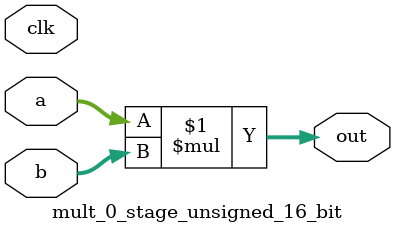
<source format=sv>
(* use_dsp = "yes" *) module mult_0_stage_unsigned_16_bit(
	input  [15:0] a,
	input  [15:0] b,
	output [15:0] out,
	input clk);

	assign out = a * b;
endmodule

</source>
